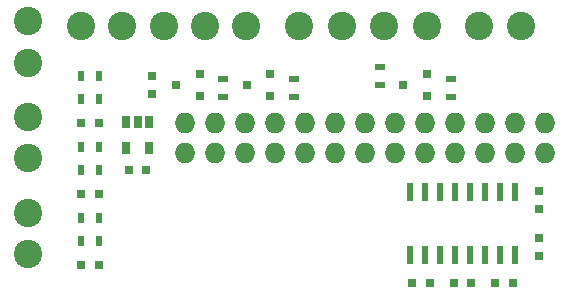
<source format=gbs>
G04 #@! TF.FileFunction,Soldermask,Bot*
%FSLAX46Y46*%
G04 Gerber Fmt 4.6, Leading zero omitted, Abs format (unit mm)*
G04 Created by KiCad (PCBNEW 4.0.2+dfsg1-stable) date Thu 29 Sep 2016 13:26:16 BST*
%MOMM*%
G01*
G04 APERTURE LIST*
%ADD10C,0.150000*%
%ADD11O,1.727200X1.727200*%
%ADD12R,0.900000X0.500000*%
%ADD13C,2.400000*%
%ADD14R,0.750000X0.800000*%
%ADD15R,0.800000X0.750000*%
%ADD16R,0.800100X0.800100*%
%ADD17R,0.500000X0.900000*%
%ADD18R,0.600000X1.500000*%
%ADD19R,0.650000X1.060000*%
G04 APERTURE END LIST*
D10*
D11*
X145800000Y-130300000D03*
X145800000Y-127760000D03*
X148340000Y-130300000D03*
X148340000Y-127760000D03*
X150880000Y-130300000D03*
X150880000Y-127760000D03*
X153420000Y-130300000D03*
X153420000Y-127760000D03*
X155960000Y-130300000D03*
X155960000Y-127760000D03*
X158500000Y-130300000D03*
X158500000Y-127760000D03*
X161040000Y-130300000D03*
X161040000Y-127760000D03*
X163580000Y-130300000D03*
X163580000Y-127760000D03*
X166120000Y-130300000D03*
X166120000Y-127760000D03*
X168660000Y-130300000D03*
X168660000Y-127760000D03*
X171200000Y-130300000D03*
X171200000Y-127760000D03*
X173740000Y-130300000D03*
X173740000Y-127760000D03*
X176280000Y-130300000D03*
X176280000Y-127760000D03*
D12*
X162300000Y-123010000D03*
X162300000Y-124510000D03*
D13*
X174250000Y-119500000D03*
X170750000Y-119500000D03*
X132500000Y-135350000D03*
X132500000Y-138850000D03*
X132500000Y-127250000D03*
X132500000Y-130750000D03*
X132500000Y-119150000D03*
X132500000Y-122650000D03*
D14*
X143050000Y-125260000D03*
X143050000Y-123760000D03*
D15*
X141050000Y-131760000D03*
X142550000Y-131760000D03*
X138550000Y-127760000D03*
X137050000Y-127760000D03*
X138550000Y-133760000D03*
X137050000Y-133760000D03*
X138550000Y-139760000D03*
X137050000Y-139760000D03*
D14*
X175800000Y-135010000D03*
X175800000Y-133510000D03*
D15*
X173550000Y-141260000D03*
X172050000Y-141260000D03*
D14*
X175800000Y-139010000D03*
X175800000Y-137510000D03*
D15*
X170050000Y-141260000D03*
X168550000Y-141260000D03*
X165050000Y-141260000D03*
X166550000Y-141260000D03*
D13*
X137000000Y-119500000D03*
X151000000Y-119500000D03*
X140500000Y-119500000D03*
X147500000Y-119500000D03*
X144000000Y-119500000D03*
X166300000Y-119500000D03*
X155500000Y-119500000D03*
X162650000Y-119500000D03*
X159150000Y-119500000D03*
D16*
X153050760Y-123560000D03*
X153050760Y-125460000D03*
X151051780Y-124510000D03*
X147050760Y-123560000D03*
X147050760Y-125460000D03*
X145051780Y-124510000D03*
X166300760Y-123560000D03*
X166300760Y-125460000D03*
X164301780Y-124510000D03*
D17*
X138550000Y-123760000D03*
X137050000Y-123760000D03*
X138550000Y-129760000D03*
X137050000Y-129760000D03*
X138550000Y-135760000D03*
X137050000Y-135760000D03*
X138550000Y-125760000D03*
X137050000Y-125760000D03*
X138550000Y-131760000D03*
X137050000Y-131760000D03*
X138550000Y-137760000D03*
X137050000Y-137760000D03*
D12*
X155050000Y-125510000D03*
X155050000Y-124010000D03*
X149050000Y-125510000D03*
X149050000Y-124010000D03*
X168300000Y-125510000D03*
X168300000Y-124010000D03*
D18*
X173745000Y-138960000D03*
X172475000Y-138960000D03*
X171205000Y-138960000D03*
X169935000Y-138960000D03*
X168665000Y-138960000D03*
X167395000Y-138960000D03*
X166125000Y-138960000D03*
X164855000Y-138960000D03*
X164855000Y-133560000D03*
X166125000Y-133560000D03*
X167395000Y-133560000D03*
X168665000Y-133560000D03*
X169935000Y-133560000D03*
X171205000Y-133560000D03*
X172475000Y-133560000D03*
X173745000Y-133560000D03*
D19*
X140850000Y-127660000D03*
X141800000Y-127660000D03*
X142750000Y-127660000D03*
X142750000Y-129860000D03*
X140850000Y-129860000D03*
M02*

</source>
